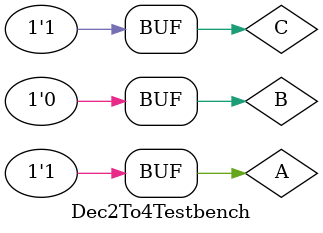
<source format=v>
`timescale 1ns / 1ps


module Dec2To4Testbench ();
reg A, B, C; // a reg for each input to the simple circuit
wire [0:3]Y;
// DUT module instantiation
Dec2to4 d(.Y(Y), .en(C), .in(A),.in(B));

// Stimuli Generator
    initial begin // Initial block executes only once at start of simulation
    A = 1'b0; B = 1'b1; C = 1'b0;
    #100 // delay of 100 nanoseconds
    A = 1'b0; B = 1'b1; C = 1'b1;
    #100 // delay of 100 nanoseconds
    A = 1'b1; B = 1'b0; C = 1'b0;
    #100 // delay of 100 nanoseconds
    A = 1'b1; B = 1'b0; C = 1'b1;
    
    end
endmodule

</source>
